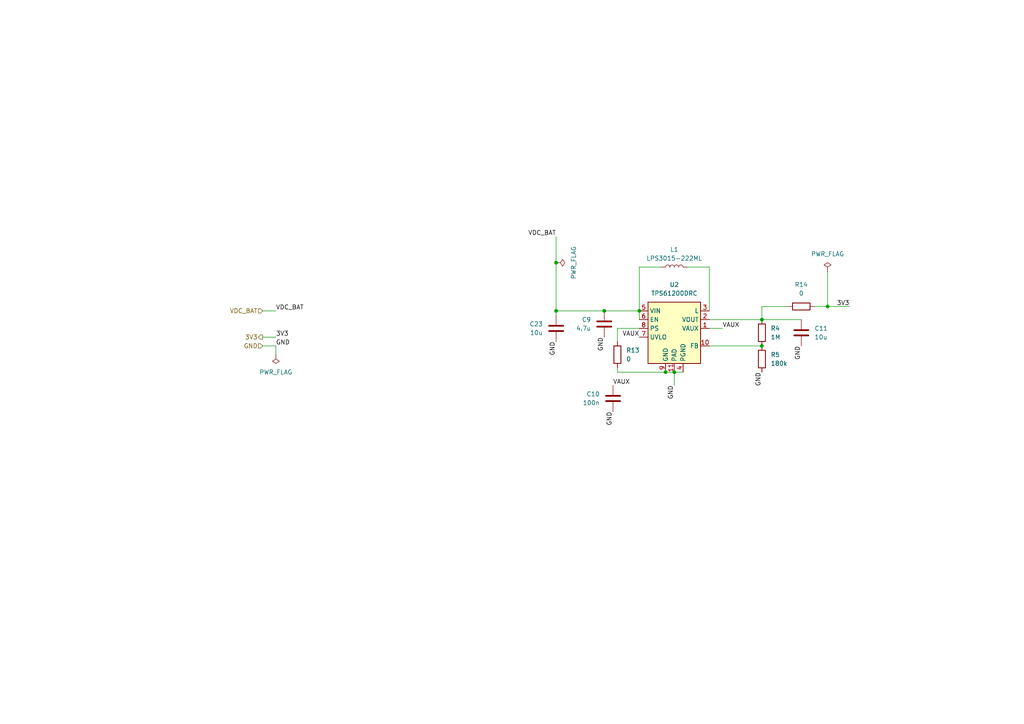
<source format=kicad_sch>
(kicad_sch (version 20231120) (generator "eeschema") (generator_version "8.0")
  (paper "A4")
  (title_block (title "Holiday Widget") (date "2024-05-15") (rev "1.0"))
  (lib_symbols
    (symbol "Device:C" (pin_numbers hide) (pin_names (offset 0.254))
      (property "Reference" "C" (at 0.635 2.54 0))
      (property "Value" "C" (at 0.635 -2.54 0))
      (symbol "C_0_1"
        (polyline (pts (xy -2.032 -0.762) (xy 2.032 -0.762)) (stroke (width 0.508)))
        (polyline (pts (xy -2.032 0.762) (xy 2.032 0.762)) (stroke (width 0.508)))
      )
      (symbol "C_1_1"
        (pin passive line (at 0 3.81 270) (length 2.794) (name "~") (number "1"))
        (pin passive line (at 0 -3.81 90) (length 2.794) (name "~") (number "2"))
      )
    )
    (symbol "Device:L" (pin_numbers hide) (pin_names (offset 1.016) hide)
      (property "Reference" "L" (at -1.27 0 90))
      (property "Value" "L" (at 1.905 0 90))
      (symbol "L_0_1"
        (arc (start 0 -2.54) (mid 0.6323 -1.905) (end 0 -1.27))
        (arc (start 0 -1.27) (mid 0.6323 -0.635) (end 0 0))
        (arc (start 0 0) (mid 0.6323 0.635) (end 0 1.27))
        (arc (start 0 1.27) (mid 0.6323 1.905) (end 0 2.54))
      )
      (symbol "L_1_1"
        (pin passive line (at 0 3.81 270) (length 1.27) (name "1") (number "1"))
        (pin passive line (at 0 -3.81 90) (length 1.27) (name "2") (number "2"))
      )
    )
    (symbol "Device:R" (pin_numbers hide) (pin_names (offset 0))
      (property "Reference" "R" (at 2.032 0 90))
      (property "Value" "R" (at 0 0 90))
      (symbol "R_0_1"
        (rectangle (start -1.016 -2.54) (end 1.016 2.54) (stroke (width 0.254)))
      )
      (symbol "R_1_1"
        (pin passive line (at 0 3.81 270) (length 1.27) (name "~") (number "1"))
        (pin passive line (at 0 -3.81 90) (length 1.27) (name "~") (number "2"))
      )
    )
    (symbol "Regulator_Switching:TPS61200DRC"
      (property "Reference" "U" (at -10.16 8.89 0))
      (property "Value" "TPS61200DRC" (at -2.54 8.89 0))
      (symbol "TPS61200DRC_0_1"
        (rectangle (start -7.62 7.62) (end 7.62 -10.16) (stroke (width 0.254)) (fill (type background)))
      )
      (symbol "TPS61200DRC_1_1"
        (pin bidirectional line (at 10.16 0 180) (length 2.54) (name "VAUX") (number "1"))
        (pin input line (at 10.16 -5.08 180) (length 2.54) (name "FB") (number "10"))
        (pin power_in line (at 0 -12.7 90) (length 2.54) (name "PAD") (number "11"))
        (pin power_out line (at 10.16 2.54 180) (length 2.54) (name "VOUT") (number "2"))
        (pin input line (at 10.16 5.08 180) (length 2.54) (name "L") (number "3"))
        (pin power_in line (at 2.54 -12.7 90) (length 2.54) (name "PGND") (number "4"))
        (pin power_in line (at -10.16 5.08 0) (length 2.54) (name "VIN") (number "5"))
        (pin input line (at -10.16 2.54 0) (length 2.54) (name "EN") (number "6"))
        (pin input line (at -10.16 -2.54 0) (length 2.54) (name "UVLO") (number "7"))
        (pin input line (at -10.16 0 0) (length 2.54) (name "PS") (number "8"))
        (pin power_in line (at -2.54 -12.7 90) (length 2.54) (name "GND") (number "9"))
      )
    )
    (symbol "power:PWR_FLAG" (power) (pin_numbers hide) (pin_names (offset 0) hide)
      (property "Value" "PWR_FLAG" (at 0 3.81 0))
      (symbol "PWR_FLAG_0_0"
        (pin power_out line (at 0 0 90) (length 0) (name "~") (number "1"))
      )
      (symbol "PWR_FLAG_0_1"
        (polyline (pts (xy 0 0) (xy 0 1.27) (xy -1.016 1.905) (xy 0 2.54) (xy 1.016 1.905) (xy 0 1.27)))
      )
    )
  )
  (junction (at 195.58 107.95))
  (junction (at 240.03 88.9))
  (junction (at 185.42 90.17))
  (junction (at 220.98 92.71))
  (junction (at 220.98 100.33))
  (junction (at 193.04 107.95))
  (junction (at 161.29 76.2))
  (junction (at 175.26 90.17))
  (junction (at 161.29 90.17))
  (wire (pts (xy 161.29 90.17) (xy 161.29 91.44)))
  (wire (pts (xy 205.74 100.33) (xy 220.98 100.33)))
  (wire (pts (xy 205.74 92.71) (xy 220.98 92.71)))
  (wire (pts (xy 76.2 97.79) (xy 80.01 97.79)))
  (wire (pts (xy 240.03 88.9) (xy 246.38 88.9)))
  (wire (pts (xy 205.74 90.17) (xy 205.74 77.47)))
  (wire (pts (xy 193.04 107.95) (xy 195.58 107.95)))
  (wire (pts (xy 185.42 90.17) (xy 175.26 90.17)))
  (wire (pts (xy 179.07 95.25) (xy 179.07 99.06)))
  (wire (pts (xy 220.98 88.9) (xy 220.98 92.71)))
  (wire (pts (xy 185.42 90.17) (xy 185.42 92.71)))
  (wire (pts (xy 220.98 88.9) (xy 228.6 88.9)))
  (wire (pts (xy 236.22 88.9) (xy 240.03 88.9)))
  (wire (pts (xy 161.29 68.58) (xy 161.29 76.2)))
  (wire (pts (xy 191.77 77.47) (xy 185.42 77.47)))
  (wire (pts (xy 161.29 76.2) (xy 161.29 90.17)))
  (wire (pts (xy 161.29 90.17) (xy 175.26 90.17)))
  (wire (pts (xy 205.74 77.47) (xy 199.39 77.47)))
  (wire (pts (xy 209.55 95.25) (xy 205.74 95.25)))
  (wire (pts (xy 179.07 107.95) (xy 193.04 107.95)))
  (wire (pts (xy 185.42 95.25) (xy 179.07 95.25)))
  (wire (pts (xy 185.42 77.47) (xy 185.42 90.17)))
  (wire (pts (xy 179.07 106.68) (xy 179.07 107.95)))
  (wire (pts (xy 195.58 107.95) (xy 195.58 111.76)))
  (wire (pts (xy 240.03 78.74) (xy 240.03 88.9)))
  (wire (pts (xy 76.2 90.17) (xy 80.01 90.17)))
  (wire (pts (xy 80.01 100.33) (xy 80.01 102.87)))
  (wire (pts (xy 220.98 92.71) (xy 232.41 92.71)))
  (wire (pts (xy 195.58 107.95) (xy 198.12 107.95)))
  (wire (pts (xy 76.2 100.33) (xy 80.01 100.33)))
  (label "3V3" (at 246.38 88.9 180))
  (label "GND" (at 232.41 100.33 270))
  (label "VAUX" (at 185.42 97.79 180))
  (label "GND" (at 80.01 100.33 0))
  (label "VAUX" (at 209.55 95.25 0))
  (label "VDC_BAT" (at 161.29 68.58 180))
  (label "GND" (at 161.29 99.06 270))
  (label "GND" (at 177.8 119.38 270))
  (label "GND" (at 195.58 111.76 270))
  (label "VDC_BAT" (at 80.01 90.17 0))
  (label "GND" (at 175.26 97.79 270))
  (label "VAUX" (at 177.8 111.76 0))
  (label "GND" (at 220.98 107.95 270))
  (label "3V3" (at 80.01 97.79 0))
  (hierarchical_label "3V3" (shape output) (at 76.2 97.79 180))
  (hierarchical_label "VDC_BAT" (shape input) (at 76.2 90.17 180))
  (hierarchical_label "GND" (shape input) (at 76.2 100.33 180))
  (symbol (lib_id "power:PWR_FLAG") (at 161.29 76.2 270) (unit 1)
    (property "Reference" "#FLG06" (effects (hide yes)))
    (property "Value" "PWR_FLAG" (at 166.37 76.2 0))
    (property "Description" "Special symbol for telling ERC where power comes from" (effects (hide yes)))
  )
  (symbol (lib_id "power:PWR_FLAG") (at 80.01 102.87 180) (unit 1)
    (property "Reference" "#FLG01" (effects (hide yes)))
    (property "Value" "PWR_FLAG" (at 80.01 107.95 0))
    (property "Description" "Special symbol for telling ERC where power comes from" (effects (hide yes)))
  )
  (symbol (lib_id "Device:C") (at 232.41 96.52 0) (mirror y) (unit 1)
    (property "Reference" "C11" (at 236.22 95.2499 0) (effects (justify right)))
    (property "Value" "10u" (at 236.22 97.7899 0) (effects (justify right)))
    (property "Footprint" "Capacitor_SMD:C_0603_1608Metric_Pad1.08x0.95mm_HandSolder" (effects (hide yes)))
    (property "Description" "Unpolarized capacitor" (effects (hide yes)))
    (property "MPN" "CL10A106MQ8NNNC" (effects (hide yes)))
  )
  (symbol (lib_id "Regulator_Switching:TPS61200DRC") (at 195.58 95.25 0) (unit 1)
    (property "Reference" "U2" (at 195.58 82.55 0))
    (property "Value" "TPS61200DRC" (at 195.58 85.09 0))
    (property "Footprint" "Package_SON:Texas_S-PVSON-N10_ThermalVias" (effects (hide yes)))
    (property "Datasheet" "http://www.ti.com/lit/ds/symlink/tps61200.pdf" (effects (hide yes)))
    (property "Description" "Low Input Voltage Synchronous Boost Converter With 1.3A Switches, Adjustable Output Voltage, 0.3-5.5V Input Voltage, VSON-10" (effects (hide yes)))
    (property "MPN" "TPS61200DRCT" (effects (hide yes)))
  )
  (symbol (lib_id "Device:R") (at 220.98 96.52 0) (unit 1)
    (property "Reference" "R4" (at 223.52 95.2499 0) (effects (justify left)))
    (property "Value" "1M" (at 223.52 97.7899 0) (effects (justify left)))
    (property "Footprint" "Resistor_SMD:R_0402_1005Metric" (effects (hide yes)))
    (property "Description" "Resistor" (effects (hide yes)))
    (property "MPN" "RC0402FR-071ML" (effects (hide yes)))
  )
  (symbol (lib_id "Device:R") (at 179.07 102.87 0) (unit 1)
    (property "Reference" "R13" (at 181.61 101.5999 0) (effects (justify left)))
    (property "Value" "0" (at 181.61 104.1399 0) (effects (justify left)))
    (property "Footprint" "Resistor_SMD:R_0402_1005Metric" (effects (hide yes)))
    (property "Description" "Resistor" (effects (hide yes)))
    (property "MPN" "RC0402JR-070RL" (effects (hide yes)))
  )
  (symbol (lib_id "Device:L") (at 195.58 77.47 90) (unit 1)
    (property "Reference" "L1" (at 195.58 72.39 90))
    (property "Value" "LPS3015-222ML" (at 195.58 74.93 90))
    (property "Footprint" "Inductor_SMD:L_Coilcraft_LPS3010" (effects (hide yes)))
    (property "Description" "Inductor" (effects (hide yes)))
    (property "MPN" "LPS3015-222MRC" (effects (hide yes)))
  )
  (symbol (lib_id "power:PWR_FLAG") (at 240.03 78.74 0) (unit 1)
    (property "Reference" "#FLG02" (effects (hide yes)))
    (property "Value" "PWR_FLAG" (at 240.03 73.66 0))
    (property "Description" "Special symbol for telling ERC where power comes from" (effects (hide yes)))
  )
  (symbol (lib_id "Device:R") (at 220.98 104.14 0) (unit 1)
    (property "Reference" "R5" (at 223.52 102.8699 0) (effects (justify left)))
    (property "Value" "180k" (at 223.52 105.4099 0) (effects (justify left)))
    (property "Footprint" "Resistor_SMD:R_0402_1005Metric" (effects (hide yes)))
    (property "Description" "Resistor" (effects (hide yes)))
    (property "MPN" "RC0402JR-07180KL" (effects (hide yes)))
  )
  (symbol (lib_id "Device:R") (at 232.41 88.9 90) (unit 1)
    (property "Reference" "R14" (at 232.41 82.55 90))
    (property "Value" "0" (at 232.41 85.09 90))
    (property "Footprint" "Resistor_SMD:R_0402_1005Metric" (effects (hide yes)))
    (property "Description" "Resistor" (effects (hide yes)))
    (property "MPN" "RC0402JR-070RL" (effects (hide yes)))
  )
  (symbol (lib_id "Device:C") (at 161.29 95.25 0) (unit 1)
    (property "Reference" "C23" (at 157.48 93.9799 0) (effects (justify right)))
    (property "Value" "10u" (at 157.48 96.5199 0) (effects (justify right)))
    (property "Footprint" "Capacitor_SMD:C_0603_1608Metric_Pad1.08x0.95mm_HandSolder" (effects (hide yes)))
    (property "Description" "Unpolarized capacitor" (effects (hide yes)))
    (property "MPN" "CL10A106MQ8NNNC" (effects (hide yes)))
  )
  (symbol (lib_id "Device:C") (at 177.8 115.57 0) (unit 1)
    (property "Reference" "C10" (at 173.99 114.2999 0) (effects (justify right)))
    (property "Value" "100n" (at 173.99 116.8399 0) (effects (justify right)))
    (property "Footprint" "Capacitor_SMD:C_0402_1005Metric" (effects (hide yes)))
    (property "Description" "Unpolarized capacitor" (effects (hide yes)))
    (property "MPN" "CL05A104KA5NNNC" (effects (hide yes)))
  )
  (symbol (lib_id "Device:C") (at 175.26 93.98 0) (unit 1)
    (property "Reference" "C9" (at 171.45 92.7099 0) (effects (justify right)))
    (property "Value" "4.7u" (at 171.45 95.2499 0) (effects (justify right)))
    (property "Footprint" "Capacitor_SMD:C_0402_1005Metric" (effects (hide yes)))
    (property "Description" "Unpolarized capacitor" (effects (hide yes)))
    (property "MPN" "CL05A475MP5NRNC" (effects (hide yes)))
  )
)
</source>
